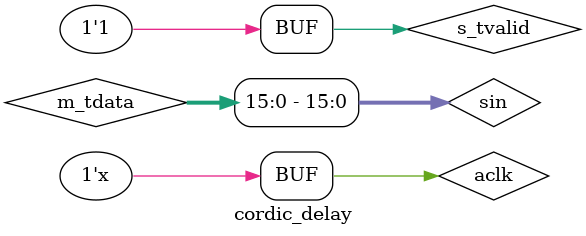
<source format=v>
`timescale 1ns / 1ps

module cordic_delay();
    reg aclk = 0;
    reg s_tvalid = 0;
    reg [26:0] phase = 0;

    wire m_tvalid;
    wire [31:0] m_tdata;

    wire [15:0] sin, cos;

    cordic_0 cordic (
        .aclk(aclk),                                // input wire aclk
        .s_axis_phase_tvalid(s_tvalid),  // input wire s_axis_phase_tvalid
        .s_axis_phase_tdata(phase[26:11]),    // input wire [15 : 0] s_axis_phase_tdata
        .m_axis_dout_tvalid(m_tvalid),    // output wire m_axis_dout_tvalid
        .m_axis_dout_tdata(m_tdata)      // output wire [31 : 0] m_axis_dout_tdata
    );
    assign cos = m_tdata[31:16];
    assign sin = m_tdata[15:0];

    initial begin
        s_tvalid = 1;
    end

    always begin
        #5; aclk <= ~aclk;
    end
    
    always @ (posedge aclk) begin
        phase <= phase == 27'h1000000 ? 27'h7000000 : phase + 27'h0010000;
    end
endmodule
</source>
